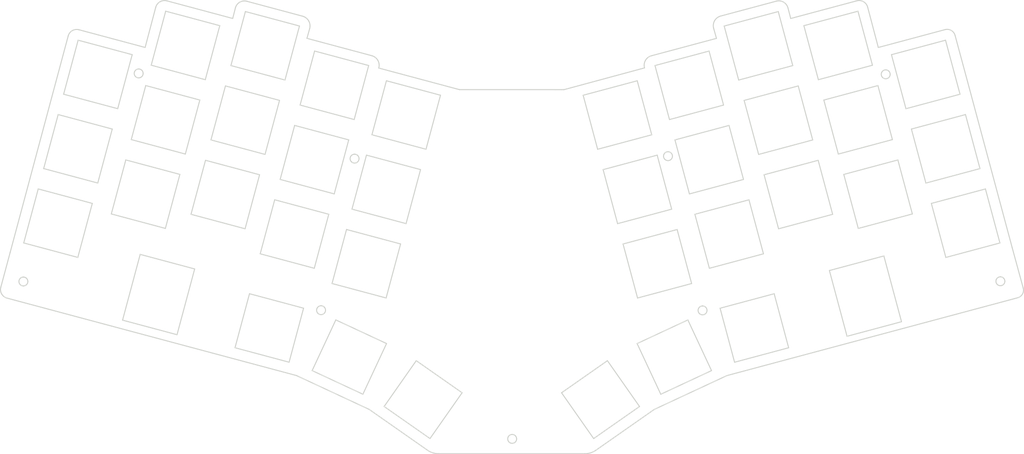
<source format=kicad_pcb>
(kicad_pcb (version 20171130) (host pcbnew "(5.1.10)-1")

  (general
    (thickness 1.6)
    (drawings 266)
    (tracks 0)
    (zones 0)
    (modules 0)
    (nets 1)
  )

  (page A4)
  (layers
    (0 F.Cu signal)
    (31 B.Cu signal)
    (32 B.Adhes user)
    (33 F.Adhes user)
    (34 B.Paste user)
    (35 F.Paste user)
    (36 B.SilkS user)
    (37 F.SilkS user)
    (38 B.Mask user)
    (39 F.Mask user)
    (40 Dwgs.User user)
    (41 Cmts.User user)
    (42 Eco1.User user)
    (43 Eco2.User user)
    (44 Edge.Cuts user)
    (45 Margin user)
    (46 B.CrtYd user)
    (47 F.CrtYd user)
    (48 B.Fab user)
    (49 F.Fab user)
  )

  (setup
    (last_trace_width 0.254)
    (trace_clearance 0.2)
    (zone_clearance 0.508)
    (zone_45_only no)
    (trace_min 0.2)
    (via_size 0.8)
    (via_drill 0.4)
    (via_min_size 0.4)
    (via_min_drill 0.3)
    (uvia_size 0.3)
    (uvia_drill 0.1)
    (uvias_allowed no)
    (uvia_min_size 0.2)
    (uvia_min_drill 0.1)
    (edge_width 0.05)
    (segment_width 0.2)
    (pcb_text_width 0.3)
    (pcb_text_size 1.5 1.5)
    (mod_edge_width 0.12)
    (mod_text_size 1 1)
    (mod_text_width 0.15)
    (pad_size 1.524 1.524)
    (pad_drill 0.762)
    (pad_to_mask_clearance 0)
    (aux_axis_origin 0 0)
    (visible_elements 7FFFFFFF)
    (pcbplotparams
      (layerselection 0x010fc_ffffffff)
      (usegerberextensions false)
      (usegerberattributes true)
      (usegerberadvancedattributes true)
      (creategerberjobfile true)
      (excludeedgelayer true)
      (linewidth 0.100000)
      (plotframeref false)
      (viasonmask false)
      (mode 1)
      (useauxorigin false)
      (hpglpennumber 1)
      (hpglpenspeed 20)
      (hpglpendiameter 15.000000)
      (psnegative false)
      (psa4output false)
      (plotreference true)
      (plotvalue true)
      (plotinvisibletext false)
      (padsonsilk false)
      (subtractmaskfromsilk false)
      (outputformat 1)
      (mirror false)
      (drillshape 0)
      (scaleselection 1)
      (outputdirectory "gerbers/"))
  )

  (net 0 "")

  (net_class Default "This is the default net class."
    (clearance 0.2)
    (trace_width 0.254)
    (via_dia 0.8)
    (via_drill 0.4)
    (uvia_dia 0.3)
    (uvia_drill 0.1)
  )

  (net_class Power ""
    (clearance 0.2)
    (trace_width 0.381)
    (via_dia 0.8)
    (via_drill 0.4)
    (uvia_dia 0.3)
    (uvia_drill 0.1)
  )

  (gr_line (start 67.221619 82.239525) (end 53.891699 78.668285) (layer Edge.Cuts) (width 0.25))
  (gr_line (start 69.964818 92.087105) (end 83.294739 95.658345) (layer Edge.Cuts) (width 0.25))
  (gr_line (start 50.320459 91.998205) (end 63.647839 95.569445) (layer Edge.Cuts) (width 0.25))
  (gr_line (start 67.221619 82.239525) (end 63.647839 95.569445) (layer Edge.Cuts) (width 0.25))
  (gr_line (start 109.647239 90.814565) (end 122.977159 94.385805) (layer Edge.Cuts) (width 0.25))
  (gr_line (start 109.647239 90.814565) (end 113.218479 77.484645) (layer Edge.Cuts) (width 0.25))
  (gr_line (start 50.320459 91.998205) (end 53.891699 78.668285) (layer Edge.Cuts) (width 0.25))
  (gr_line (start 184.882039 77.487185) (end 171.552119 81.058425) (layer Edge.Cuts) (width 0.25))
  (gr_line (start 45.634159 89.397245) (end 42.060379 102.727165) (layer Edge.Cuts) (width 0.25))
  (gr_line (start 239.293919 60.319325) (end 225.963999 63.890565) (layer Edge.Cuts) (width 0.25))
  (gr_line (start 104.729799 109.166065) (end 118.059719 112.737305) (layer Edge.Cuts) (width 0.25))
  (gr_line (start 55.237899 73.646705) (end 68.567819 77.217945) (layer Edge.Cuts) (width 0.25))
  (gr_line (start 91.785959 63.976925) (end 78.456039 60.403145) (layer Edge.Cuts) (width 0.25))
  (gr_line (start 91.785959 63.976925) (end 88.212179 77.306845) (layer Edge.Cuts) (width 0.25))
  (gr_line (start 255.963939 49.123005) (end 259.535178 62.452925) (layer Edge.Cuts) (width 0.25))
  (gr_line (start 229.535239 77.220485) (end 242.865159 73.649245) (layer Edge.Cuts) (width 0.25))
  (gr_line (start 239.293919 60.319325) (end 242.865159 73.649245) (layer Edge.Cuts) (width 0.25))
  (gr_line (start 86.868519 82.328425) (end 73.538599 78.757185) (layer Edge.Cuts) (width 0.25))
  (gr_line (start 260.881378 67.474505) (end 247.551459 71.045745) (layer Edge.Cuts) (width 0.25))
  (gr_line (start 50.551599 71.045745) (end 37.221679 67.471965) (layer Edge.Cuts) (width 0.25))
  (gr_line (start 33.647899 80.801885) (end 37.221679 67.471965) (layer Edge.Cuts) (width 0.25))
  (gr_line (start 209.888339 77.306845) (end 223.218259 73.735605) (layer Edge.Cuts) (width 0.25))
  (gr_line (start 219.647019 60.405685) (end 223.218259 73.735605) (layer Edge.Cuts) (width 0.25))
  (gr_line (start 202.588379 70.154205) (end 206.159619 83.484125) (layer Edge.Cuts) (width 0.25))
  (gr_line (start 55.237899 73.646705) (end 58.809139 60.316785) (layer Edge.Cuts) (width 0.25))
  (gr_line (start 219.647019 60.405685) (end 206.317099 63.979465) (layer Edge.Cuts) (width 0.25))
  (gr_line (start 251.122699 84.375665) (end 264.452618 80.804425) (layer Edge.Cuts) (width 0.25))
  (gr_line (start 126.548399 81.055885) (end 122.977159 94.385805) (layer Edge.Cuts) (width 0.25))
  (gr_line (start 104.729799 109.166065) (end 108.301039 95.836145) (layer Edge.Cuts) (width 0.25))
  (gr_line (start 33.647899 80.801885) (end 46.977819 84.373125) (layer Edge.Cuts) (width 0.25))
  (gr_line (start 45.634159 89.397245) (end 32.304239 85.826005) (layer Edge.Cuts) (width 0.25))
  (gr_line (start 74.882259 73.733065) (end 88.212179 77.306845) (layer Edge.Cuts) (width 0.25))
  (gr_line (start 184.882039 77.487185) (end 188.453279 90.817105) (layer Edge.Cuts) (width 0.25))
  (gr_line (start 175.123359 94.388345) (end 171.552119 81.058425) (layer Edge.Cuts) (width 0.25))
  (gr_line (start 209.888339 77.306845) (end 206.317099 63.979465) (layer Edge.Cuts) (width 0.25))
  (gr_line (start 28.730459 99.155925) (end 42.060379 102.727165) (layer Edge.Cuts) (width 0.25))
  (gr_line (start 86.868519 82.328425) (end 83.294739 95.658345) (layer Edge.Cuts) (width 0.25))
  (gr_line (start 50.551599 71.045745) (end 46.977819 84.373125) (layer Edge.Cuts) (width 0.25))
  (gr_line (start 229.535239 77.220485) (end 225.963999 63.890565) (layer Edge.Cuts) (width 0.25))
  (gr_line (start 72.139059 63.888025) (end 58.809139 60.316785) (layer Edge.Cuts) (width 0.25))
  (gr_line (start 72.139059 63.888025) (end 68.567819 77.217945) (layer Edge.Cuts) (width 0.25))
  (gr_line (start 126.548399 81.055885) (end 113.218479 77.484645) (layer Edge.Cuts) (width 0.25))
  (gr_line (start 121.630959 99.407385) (end 108.301039 95.836145) (layer Edge.Cuts) (width 0.25))
  (gr_line (start 202.588379 70.154205) (end 189.258459 73.725445) (layer Edge.Cuts) (width 0.25))
  (gr_line (start 192.829699 87.055365) (end 206.159619 83.484125) (layer Edge.Cuts) (width 0.25))
  (gr_line (start 192.829699 87.055365) (end 189.258459 73.725445) (layer Edge.Cuts) (width 0.25))
  (gr_line (start 251.122699 84.375665) (end 247.551459 71.045745) (layer Edge.Cuts) (width 0.25))
  (gr_line (start 69.964818 92.087105) (end 73.538599 78.757185) (layer Edge.Cuts) (width 0.25))
  (gr_line (start 260.881378 67.474505) (end 264.452618 80.804425) (layer Edge.Cuts) (width 0.25))
  (gr_line (start 28.730459 99.155925) (end 32.304239 85.826005) (layer Edge.Cuts) (width 0.25))
  (gr_line (start 175.123359 94.388345) (end 188.453279 90.817105) (layer Edge.Cuts) (width 0.25))
  (gr_line (start 74.882259 73.733065) (end 78.456039 60.403145) (layer Edge.Cuts) (width 0.25))
  (gr_line (start 203.959979 128.589445) (end 200.388739 115.259525) (layer Edge.Cuts) (width 0.25))
  (gr_line (start 180.043339 112.739845) (end 176.469559 99.409925) (layer Edge.Cuts) (width 0.25))
  (gr_line (start 197.747139 105.406865) (end 194.175899 92.076945) (layer Edge.Cuts) (width 0.25))
  (gr_line (start 207.505819 88.505705) (end 211.077059 101.835625) (layer Edge.Cuts) (width 0.25))
  (gr_line (start 214.805779 95.660885) (end 228.135699 92.089645) (layer Edge.Cuts) (width 0.25))
  (gr_line (start 99.827599 130.657005) (end 112.334559 136.488845) (layer Edge.Cuts) (width 0.25))
  (gr_line (start 99.827599 130.657005) (end 105.659439 118.150045) (layer Edge.Cuts) (width 0.25))
  (gr_line (start 214.805779 95.660885) (end 211.234539 82.330965) (layer Edge.Cuts) (width 0.25))
  (gr_line (start 256.040139 102.729705) (end 252.468899 89.399785) (layer Edge.Cuts) (width 0.25))
  (gr_line (start 244.211359 78.670825) (end 230.881439 82.242065) (layer Edge.Cuts) (width 0.25))
  (gr_line (start 234.452679 95.571985) (end 230.881439 82.242065) (layer Edge.Cuts) (width 0.25))
  (gr_line (start 172.613839 128.210985) (end 161.308299 136.128165) (layer Edge.Cuts) (width 0.25))
  (gr_line (start 224.564459 78.759725) (end 228.135699 92.089645) (layer Edge.Cuts) (width 0.25))
  (gr_line (start 213.718659 111.688285) (end 217.289899 125.018205) (layer Edge.Cuts) (width 0.25))
  (gr_line (start 103.927159 92.076945) (end 90.597239 88.503165) (layer Edge.Cuts) (width 0.25))
  (gr_line (start 103.927159 92.076945) (end 100.353379 105.404325) (layer Edge.Cuts) (width 0.25))
  (gr_line (start 234.452679 95.571985) (end 247.782599 92.000745) (layer Edge.Cuts) (width 0.25))
  (gr_line (start 265.798818 85.828545) (end 252.468899 89.399785) (layer Edge.Cuts) (width 0.25))
  (gr_line (start 169.222939 147.431165) (end 180.528479 139.516525) (layer Edge.Cuts) (width 0.25))
  (gr_line (start 87.023459 101.833085) (end 100.353379 105.404325) (layer Edge.Cuts) (width 0.25))
  (gr_line (start 91.940899 83.481585) (end 105.270819 87.052825) (layer Edge.Cuts) (width 0.25))
  (gr_line (start 91.940899 83.481585) (end 95.514679 70.151665) (layer Edge.Cuts) (width 0.25))
  (gr_line (start 96.858339 65.127545) (end 110.188259 68.701325) (layer Edge.Cuts) (width 0.25))
  (gr_line (start 256.040139 102.729705) (end 269.370059 99.158465) (layer Edge.Cuts) (width 0.25))
  (gr_line (start 117.574579 139.513985) (end 125.489219 128.208445) (layer Edge.Cuts) (width 0.25))
  (gr_line (start 213.718659 111.688285) (end 200.388739 115.259525) (layer Edge.Cuts) (width 0.25))
  (gr_line (start 203.959979 128.589445) (end 217.289899 125.018205) (layer Edge.Cuts) (width 0.25))
  (gr_line (start 118.166399 123.981885) (end 112.334559 136.488845) (layer Edge.Cuts) (width 0.25))
  (gr_line (start 197.670939 51.800165) (end 184.341019 55.373945) (layer Edge.Cuts) (width 0.25))
  (gr_line (start 97.714319 115.256985) (end 94.143079 128.586905) (layer Edge.Cuts) (width 0.25))
  (gr_line (start 189.799479 95.838685) (end 193.370719 109.168605) (layer Edge.Cuts) (width 0.25))
  (gr_line (start 207.505819 88.505705) (end 194.175899 92.076945) (layer Edge.Cuts) (width 0.25))
  (gr_line (start 108.844599 73.722905) (end 105.270819 87.052825) (layer Edge.Cuts) (width 0.25))
  (gr_line (start 136.792218 136.125625) (end 125.489219 128.208445) (layer Edge.Cuts) (width 0.25))
  (gr_line (start 197.747139 105.406865) (end 211.077059 101.835625) (layer Edge.Cuts) (width 0.25))
  (gr_line (start 53.091599 118.205925) (end 57.440079 101.977865) (layer Edge.Cuts) (width 0.25))
  (gr_line (start 169.222939 147.431165) (end 161.308299 136.128165) (layer Edge.Cuts) (width 0.25))
  (gr_line (start 70.866519 105.574504) (end 57.440079 101.977865) (layer Edge.Cuts) (width 0.25))
  (gr_line (start 224.564459 78.759725) (end 211.234539 82.330965) (layer Edge.Cuts) (width 0.25))
  (gr_line (start 244.211359 78.670825) (end 247.782599 92.000745) (layer Edge.Cuts) (width 0.25))
  (gr_line (start 265.798818 85.828545) (end 269.370059 99.158465) (layer Edge.Cuts) (width 0.25))
  (gr_line (start 97.714319 115.256985) (end 84.384399 111.685745) (layer Edge.Cuts) (width 0.25))
  (gr_line (start 80.813159 125.015665) (end 84.384399 111.685745) (layer Edge.Cuts) (width 0.25))
  (gr_line (start 187.912259 68.701325) (end 201.242179 65.130085) (layer Edge.Cuts) (width 0.25))
  (gr_line (start 66.518039 121.802565) (end 53.091599 118.205925) (layer Edge.Cuts) (width 0.25))
  (gr_line (start 136.792218 136.125625) (end 128.877579 147.428625) (layer Edge.Cuts) (width 0.25))
  (gr_line (start 187.912259 68.701325) (end 184.341019 55.373945) (layer Edge.Cuts) (width 0.25))
  (gr_line (start 192.441079 118.152585) (end 198.275459 130.659545) (layer Edge.Cuts) (width 0.25))
  (gr_line (start 172.613839 128.210985) (end 180.528479 139.516525) (layer Edge.Cuts) (width 0.25))
  (gr_line (start 108.844599 73.722905) (end 95.514679 70.151665) (layer Edge.Cuts) (width 0.25))
  (gr_line (start 121.630959 99.407385) (end 118.059719 112.737305) (layer Edge.Cuts) (width 0.25))
  (gr_line (start 80.813159 125.015665) (end 94.143079 128.586905) (layer Edge.Cuts) (width 0.25))
  (gr_line (start 117.574579 139.513985) (end 128.877579 147.428625) (layer Edge.Cuts) (width 0.25))
  (gr_line (start 197.670939 51.800165) (end 201.242179 65.130085) (layer Edge.Cuts) (width 0.25))
  (gr_line (start 185.768499 136.491385) (end 198.275459 130.659545) (layer Edge.Cuts) (width 0.25))
  (gr_line (start 96.858339 65.127545) (end 100.432119 51.797625) (layer Edge.Cuts) (width 0.25))
  (gr_line (start 192.441079 118.152585) (end 179.934119 123.984425) (layer Edge.Cuts) (width 0.25))
  (gr_line (start 118.166399 123.981885) (end 105.659439 118.150045) (layer Edge.Cuts) (width 0.25))
  (gr_line (start 189.799479 95.838685) (end 176.469559 99.409925) (layer Edge.Cuts) (width 0.25))
  (gr_line (start 113.762039 55.371405) (end 100.432119 51.797625) (layer Edge.Cuts) (width 0.25))
  (gr_line (start 185.768499 136.491385) (end 179.934119 123.984425) (layer Edge.Cuts) (width 0.25))
  (gr_line (start 113.762039 55.371405) (end 110.188259 68.701325) (layer Edge.Cuts) (width 0.25))
  (gr_line (start 87.023459 101.833085) (end 90.597239 88.503165) (layer Edge.Cuts) (width 0.25))
  (gr_line (start 180.043339 112.739845) (end 193.370719 109.168605) (layer Edge.Cuts) (width 0.25))
  (gr_line (start 66.518039 121.802565) (end 70.866519 105.574504) (layer Edge.Cuts) (width 0.25))
  (gr_line (start 231.684079 122.188645) (end 227.335599 105.960585) (layer Edge.Cuts) (width 0.25))
  (gr_line (start 245.110519 118.592005) (end 231.684079 122.188645) (layer Edge.Cuts) (width 0.25))
  (gr_line (start 240.762039 102.363945) (end 227.335599 105.960585) (layer Edge.Cuts) (width 0.25))
  (gr_line (start 245.110519 118.592005) (end 240.762039 102.363945) (layer Edge.Cuts) (width 0.25))
  (gr_line (start 55.469039 52.691705) (end 51.895259 66.021625) (layer Edge.Cuts) (width 0.25))
  (gr_line (start 234.376479 41.965285) (end 221.046559 45.536525) (layer Edge.Cuts) (width 0.25))
  (gr_line (start 38.565339 62.450385) (end 42.139119 49.120465) (layer Edge.Cuts) (width 0.25))
  (gr_line (start 255.963939 49.123005) (end 242.634019 52.694245) (layer Edge.Cuts) (width 0.25))
  (gr_line (start 60.155339 55.292665) (end 63.726579 41.962745) (layer Edge.Cuts) (width 0.25))
  (gr_line (start 77.056499 45.536525) (end 73.485259 58.866445) (layer Edge.Cuts) (width 0.25))
  (gr_line (start 79.802239 55.381565) (end 83.373479 42.051645) (layer Edge.Cuts) (width 0.25))
  (gr_line (start 114.564679 72.460525) (end 127.894599 76.031765) (layer Edge.Cuts) (width 0.25))
  (gr_line (start 179.964599 59.133145) (end 183.535839 72.463065) (layer Edge.Cuts) (width 0.25))
  (gr_line (start 224.617799 58.866445) (end 237.947719 55.295205) (layer Edge.Cuts) (width 0.25))
  (gr_line (start 79.802239 55.381565) (end 93.129619 58.952805) (layer Edge.Cuts) (width 0.25))
  (gr_line (start 246.205259 66.024165) (end 259.535178 62.452925) (layer Edge.Cuts) (width 0.25))
  (gr_curve (pts (xy 57.487626 58.334137) (xy 57.898395 58.163991) (xy 58.166224 57.763157) (xy 58.166224 57.318543)) (layer Edge.Cuts) (width 0.25))
  (gr_curve (pts (xy 188.646285 77.738645) (xy 188.646285 77.131535) (xy 188.154125 76.639374) (xy 187.547015 76.639374)) (layer Edge.Cuts) (width 0.25))
  (gr_curve (pts (xy 28.647147 107.569208) (xy 28.040036 107.569208) (xy 27.547876 108.061369) (xy 27.547876 108.668479)) (layer Edge.Cuts) (width 0.25))
  (gr_line (start 170.205919 76.034305) (end 183.535839 72.463065) (layer Edge.Cuts) (width 0.25))
  (gr_line (start 234.376479 41.965285) (end 237.947719 55.295205) (layer Edge.Cuts) (width 0.25))
  (gr_curve (pts (xy 102.447653 116.764069) (xy 102.858422 116.593923) (xy 103.126251 116.193089) (xy 103.126251 115.748475)) (layer Edge.Cuts) (width 0.25))
  (gr_curve (pts (xy 101.011386 115.327802) (xy 100.84124 115.738572) (xy 100.935289 116.211388) (xy 101.249678 116.525777)) (layer Edge.Cuts) (width 0.25))
  (gr_curve (pts (xy 109.271466 77.927826) (xy 109.10132 78.338596) (xy 109.195369 78.811412) (xy 109.509758 79.125801)) (layer Edge.Cuts) (width 0.25))
  (gr_line (start 38.565339 62.450385) (end 51.895259 66.021625) (layer Edge.Cuts) (width 0.25))
  (gr_curve (pts (xy 57.066953 56.219272) (xy 56.622339 56.219272) (xy 56.221505 56.4871) (xy 56.051359 56.89787)) (layer Edge.Cuts) (width 0.25))
  (gr_line (start 96.703399 45.622885) (end 83.373479 42.051645) (layer Edge.Cuts) (width 0.25))
  (gr_curve (pts (xy 29.746418 108.668479) (xy 29.746418 108.376934) (xy 29.630602 108.097331) (xy 29.424449 107.891177)) (layer Edge.Cuts) (width 0.25))
  (gr_curve (pts (xy 187.967687 78.754239) (xy 188.378457 78.584093) (xy 188.646285 78.183259) (xy 188.646285 77.738645)) (layer Edge.Cuts) (width 0.25))
  (gr_line (start 57.066953 56.219272) (end 57.066953 56.219272) (layer Edge.Cuts) (width 0.25))
  (gr_curve (pts (xy 57.844255 56.54124) (xy 57.638102 56.335088) (xy 57.358498 56.219272) (xy 57.066953 56.219272)) (layer Edge.Cuts) (width 0.25))
  (gr_line (start 131.465838 62.701845) (end 118.135919 59.130605) (layer Edge.Cuts) (width 0.25))
  (gr_curve (pts (xy 58.166224 57.318543) (xy 58.166224 57.026998) (xy 58.050408 56.747395) (xy 57.844255 56.54124)) (layer Edge.Cuts) (width 0.25))
  (gr_curve (pts (xy 110.707733 79.364093) (xy 111.118502 79.193947) (xy 111.386331 78.793113) (xy 111.386331 78.348499)) (layer Edge.Cuts) (width 0.25))
  (gr_curve (pts (xy 56.289651 58.095845) (xy 56.60404 58.410234) (xy 57.076856 58.504283) (xy 57.487626 58.334137)) (layer Edge.Cuts) (width 0.25))
  (gr_line (start 77.056499 45.536525) (end 63.726579 41.962745) (layer Edge.Cuts) (width 0.25))
  (gr_curve (pts (xy 187.547015 76.639374) (xy 187.102401 76.639374) (xy 186.701567 76.907203) (xy 186.531421 77.317972)) (layer Edge.Cuts) (width 0.25))
  (gr_curve (pts (xy 102.804282 114.971173) (xy 102.598129 114.76502) (xy 102.318525 114.649204) (xy 102.02698 114.649204)) (layer Edge.Cuts) (width 0.25))
  (gr_curve (pts (xy 101.249678 116.525777) (xy 101.564067 116.840166) (xy 102.036883 116.934215) (xy 102.447653 116.764069)) (layer Edge.Cuts) (width 0.25))
  (gr_line (start 110.28706 77.249228) (end 110.28706 77.249228) (layer Edge.Cuts) (width 0.25))
  (gr_line (start 224.617799 58.866445) (end 221.046559 45.536525) (layer Edge.Cuts) (width 0.25))
  (gr_line (start 170.205919 76.034305) (end 166.634679 62.704385) (layer Edge.Cuts) (width 0.25))
  (gr_curve (pts (xy 111.064362 77.571197) (xy 110.858209 77.365044) (xy 110.578605 77.249228) (xy 110.28706 77.249228)) (layer Edge.Cuts) (width 0.25))
  (gr_line (start 96.703399 45.622885) (end 93.129619 58.952805) (layer Edge.Cuts) (width 0.25))
  (gr_line (start 131.465838 62.701845) (end 127.894599 76.031765) (layer Edge.Cuts) (width 0.25))
  (gr_line (start 28.647147 107.569208) (end 28.647147 107.569208) (layer Edge.Cuts) (width 0.25))
  (gr_line (start 204.970899 58.955345) (end 218.300819 55.384105) (layer Edge.Cuts) (width 0.25))
  (gr_line (start 246.205259 66.024165) (end 242.634019 52.694245) (layer Edge.Cuts) (width 0.25))
  (gr_curve (pts (xy 196.067188 114.69924) (xy 195.622575 114.69924) (xy 195.22174 114.967068) (xy 195.051594 115.377838)) (layer Edge.Cuts) (width 0.25))
  (gr_line (start 102.02698 114.649204) (end 102.02698 114.649204) (layer Edge.Cuts) (width 0.25))
  (gr_curve (pts (xy 186.769713 78.515947) (xy 187.084102 78.830336) (xy 187.556918 78.924385) (xy 187.967687 78.754239)) (layer Edge.Cuts) (width 0.25))
  (gr_line (start 60.155339 55.292665) (end 73.485259 58.866445) (layer Edge.Cuts) (width 0.25))
  (gr_curve (pts (xy 28.647147 109.76775) (xy 29.254258 109.76775) (xy 29.746418 109.27559) (xy 29.746418 108.668479)) (layer Edge.Cuts) (width 0.25))
  (gr_line (start 179.964599 59.133145) (end 166.634679 62.704385) (layer Edge.Cuts) (width 0.25))
  (gr_line (start 204.970899 58.955345) (end 201.399659 45.625425) (layer Edge.Cuts) (width 0.25))
  (gr_curve (pts (xy 186.531421 77.317972) (xy 186.361275 77.728742) (xy 186.455323 78.201558) (xy 186.769713 78.515947)) (layer Edge.Cuts) (width 0.25))
  (gr_curve (pts (xy 103.126251 115.748475) (xy 103.126251 115.45693) (xy 103.010435 115.177327) (xy 102.804282 114.971173)) (layer Edge.Cuts) (width 0.25))
  (gr_line (start 214.729579 42.054185) (end 201.399659 45.625425) (layer Edge.Cuts) (width 0.25))
  (gr_curve (pts (xy 102.02698 114.649204) (xy 101.582366 114.649204) (xy 101.181532 114.917033) (xy 101.011386 115.327802)) (layer Edge.Cuts) (width 0.25))
  (gr_curve (pts (xy 29.424449 107.891177) (xy 29.218296 107.685024) (xy 28.938692 107.569208) (xy 28.647147 107.569208)) (layer Edge.Cuts) (width 0.25))
  (gr_curve (pts (xy 27.547876 108.668479) (xy 27.547876 109.27559) (xy 28.040036 109.76775) (xy 28.647147 109.76775)) (layer Edge.Cuts) (width 0.25))
  (gr_curve (pts (xy 56.051359 56.89787) (xy 55.881213 57.30864) (xy 55.975262 57.781456) (xy 56.289651 58.095845)) (layer Edge.Cuts) (width 0.25))
  (gr_line (start 55.469039 52.691705) (end 42.139119 49.120465) (layer Edge.Cuts) (width 0.25))
  (gr_line (start 114.564679 72.460525) (end 118.135919 59.130605) (layer Edge.Cuts) (width 0.25))
  (gr_line (start 214.729579 42.054185) (end 218.300819 55.384105) (layer Edge.Cuts) (width 0.25))
  (gr_curve (pts (xy 111.386331 78.348499) (xy 111.386331 78.056954) (xy 111.270515 77.777351) (xy 111.064362 77.571197)) (layer Edge.Cuts) (width 0.25))
  (gr_curve (pts (xy 109.509758 79.125801) (xy 109.824147 79.44019) (xy 110.296963 79.534239) (xy 110.707733 79.364093)) (layer Edge.Cuts) (width 0.25))
  (gr_curve (pts (xy 110.28706 77.249228) (xy 109.842446 77.249228) (xy 109.441612 77.517057) (xy 109.271466 77.927826)) (layer Edge.Cuts) (width 0.25))
  (gr_line (start 83.713214 39.511366) (end 97.467543 43.196273) (layer Edge.Cuts) (width 0.25))
  (gr_line (start 99.215309 46.259167) (end 98.544899 48.663265) (layer Edge.Cuts) (width 0.25))
  (gr_curve (pts (xy 98.980348 44.363134) (xy 99.308632 44.93844) (xy 99.393233 45.621131) (xy 99.215309 46.259167)) (layer Edge.Cuts) (width 0.25))
  (gr_line (start 116.251239 55.996245) (end 136.119122 61.317545) (layer Edge.Cuts) (width 0.25))
  (gr_line (start 98.544899 48.663265) (end 114.530816 52.946034) (layer Edge.Cuts) (width 0.25))
  (gr_line (start 64.022563 39.412684) (end 80.241659 43.758525) (layer Edge.Cuts) (width 0.25))
  (gr_curve (pts (xy 80.912506 41.147701) (xy 81.064132 40.557598) (xy 81.44544 40.052634) (xy 81.971504 39.745277)) (layer Edge.Cuts) (width 0.25))
  (gr_line (start 42.335047 46.54166) (end 58.654199 50.913705) (layer Edge.Cuts) (width 0.25))
  (gr_line (start 58.654199 50.913705) (end 61.266117 41.011312) (layer Edge.Cuts) (width 0.25))
  (gr_curve (pts (xy 61.266117 41.011312) (xy 61.418617 40.433149) (xy 61.795095 39.939524) (xy 62.312339 39.639543)) (layer Edge.Cuts) (width 0.25))
  (gr_line (start 36.657796 59.392225) (end 39.693541 48.066646) (layer Edge.Cuts) (width 0.25))
  (gr_curve (pts (xy 81.971504 39.745277) (xy 82.497568 39.437921) (xy 83.124697 39.353697) (xy 83.713214 39.511366)) (layer Edge.Cuts) (width 0.25))
  (gr_curve (pts (xy 116.031773 54.109737) (xy 116.35542 54.683546) (xy 116.434518 55.363463) (xy 116.251239 55.996245)) (layer Edge.Cuts) (width 0.25))
  (gr_curve (pts (xy 62.312339 39.639543) (xy 62.829582 39.339563) (xy 63.444999 39.257929) (xy 64.022563 39.412684)) (layer Edge.Cuts) (width 0.25))
  (gr_curve (pts (xy 114.530816 52.946034) (xy 115.167164 53.116518) (xy 115.708125 53.535929) (xy 116.031773 54.109737)) (layer Edge.Cuts) (width 0.25))
  (gr_curve (pts (xy 97.467543 43.196273) (xy 98.107358 43.367685) (xy 98.652064 43.787829) (xy 98.980348 44.363134)) (layer Edge.Cuts) (width 0.25))
  (gr_line (start 80.241659 43.758525) (end 80.912506 41.147701) (layer Edge.Cuts) (width 0.25))
  (gr_curve (pts (xy 242.316229 57.538559) (xy 242.316229 57.247014) (xy 242.200413 56.96741) (xy 241.99426 56.761257)) (layer Edge.Cuts) (width 0.25))
  (gr_curve (pts (xy 39.693541 48.066646) (xy 40.001924 46.91615) (xy 41.184513 46.233421) (xy 42.335047 46.54166)) (layer Edge.Cuts) (width 0.25))
  (gr_curve (pts (xy 148.121531 147.087962) (xy 147.951384 147.498732) (xy 148.045433 147.971548) (xy 148.359823 148.285937)) (layer Edge.Cuts) (width 0.25))
  (gr_curve (pts (xy 195.051594 115.377838) (xy 194.881448 115.788607) (xy 194.975497 116.261423) (xy 195.289886 116.575812)) (layer Edge.Cuts) (width 0.25))
  (gr_curve (pts (xy 195.289886 116.575812) (xy 195.604275 116.890202) (xy 196.077091 116.984251) (xy 196.487861 116.814104)) (layer Edge.Cuts) (width 0.25))
  (gr_curve (pts (xy 235.744914 39.620341) (xy 236.248293 39.912279) (xy 236.614679 40.392674) (xy 236.763091 40.955339)) (layer Edge.Cuts) (width 0.25))
  (gr_curve (pts (xy 199.0316 44.318237) (xy 199.356325 43.747457) (xy 199.896135 43.330518) (xy 200.530446 43.160557)) (layer Edge.Cuts) (width 0.25))
  (gr_line (start 95.969339 131.881184) (end 24.629134 112.773358) (layer Edge.Cuts) (width 0.25))
  (gr_curve (pts (xy 181.762922 55.953063) (xy 181.587248 55.33083) (xy 181.668228 54.66415) (xy 181.987758 54.102068)) (layer Edge.Cuts) (width 0.25))
  (gr_line (start 113.889039 140.237784) (end 95.969339 131.881184) (layer Edge.Cuts) (width 0.25))
  (gr_curve (pts (xy 23.298724 111.752574) (xy 23.008193 111.249327) (xy 22.929514 110.651266) (xy 23.08 110.09)) (layer Edge.Cuts) (width 0.25))
  (gr_line (start 167.059484 151.167406) (end 130.982619 151.164965) (layer Edge.Cuts) (width 0.25))
  (gr_curve (pts (xy 150.236395 147.508635) (xy 150.236395 147.21709) (xy 150.12058 146.937487) (xy 149.914426 146.731333)) (layer Edge.Cuts) (width 0.25))
  (gr_line (start 217.802984 43.761065) (end 234.080533 39.399562) (layer Edge.Cuts) (width 0.25))
  (gr_line (start 184.155602 140.240428) (end 169.770677 150.312683) (layer Edge.Cuts) (width 0.25))
  (gr_line (start 202.072764 131.883828) (end 184.155602 140.240428) (layer Edge.Cuts) (width 0.25))
  (gr_curve (pts (xy 270.586169 108.608535) (xy 270.586169 108.31699) (xy 270.470354 108.037387) (xy 270.264201 107.831233)) (layer Edge.Cuts) (width 0.25))
  (gr_curve (pts (xy 169.770677 150.312683) (xy 168.976071 150.869063) (xy 168.029513 151.167472) (xy 167.059484 151.167406)) (layer Edge.Cuts) (width 0.25))
  (gr_line (start 241.216958 56.439288) (end 241.216958 56.439288) (layer Edge.Cuts) (width 0.25))
  (gr_line (start 200.530446 43.160557) (end 214.24563 39.485631) (layer Edge.Cuts) (width 0.25))
  (gr_curve (pts (xy 181.987758 54.102068) (xy 182.307288 53.539986) (xy 182.838719 53.129377) (xy 183.463246 52.962038)) (layer Edge.Cuts) (width 0.25))
  (gr_curve (pts (xy 148.359823 148.285937) (xy 148.674212 148.600326) (xy 149.147028 148.694375) (xy 149.557797 148.524229)) (layer Edge.Cuts) (width 0.25))
  (gr_curve (pts (xy 269.907572 109.624129) (xy 270.31834 109.453983) (xy 270.586169 109.053149) (xy 270.586169 108.608535)) (layer Edge.Cuts) (width 0.25))
  (gr_curve (pts (xy 268.471304 108.187862) (xy 268.301159 108.598632) (xy 268.395208 109.071448) (xy 268.709596 109.385837)) (layer Edge.Cuts) (width 0.25))
  (gr_curve (pts (xy 216.033482 39.724001) (xy 216.573905 40.038389) (xy 216.966574 40.555385) (xy 217.124418 41.160349)) (layer Edge.Cuts) (width 0.25))
  (gr_curve (pts (xy 214.24563 39.485631) (xy 214.849544 39.323815) (xy 215.49306 39.409613) (xy 216.033482 39.724001)) (layer Edge.Cuts) (width 0.25))
  (gr_line (start 199.497202 48.665805) (end 198.802296 46.198179) (layer Edge.Cuts) (width 0.25))
  (gr_line (start 181.762922 55.953065) (end 181.762922 55.953063) (layer Edge.Cuts) (width 0.25))
  (gr_line (start 272.395199 100.329408) (end 275.115717 110.306761) (layer Edge.Cuts) (width 0.25))
  (gr_line (start 258.31702 47.940905) (end 261.739898 60.641905) (layer Edge.Cuts) (width 0.25))
  (gr_curve (pts (xy 275.115717 110.306761) (xy 275.397581 111.340498) (xy 274.788971 112.402744) (xy 273.756385 112.679378)) (layer Edge.Cuts) (width 0.25))
  (gr_line (start 269.486899 107.509264) (end 269.486899 107.509264) (layer Edge.Cuts) (width 0.25))
  (gr_curve (pts (xy 255.834638 46.510089) (xy 256.915124 46.220572) (xy 258.025946 46.860837) (xy 258.31702 47.940905)) (layer Edge.Cuts) (width 0.25))
  (gr_curve (pts (xy 196.487861 116.814104) (xy 196.89863 116.643958) (xy 197.166459 116.243124) (xy 197.166459 115.798511)) (layer Edge.Cuts) (width 0.25))
  (gr_curve (pts (xy 241.99426 56.761257) (xy 241.788107 56.555103) (xy 241.508503 56.439288) (xy 241.216958 56.439288)) (layer Edge.Cuts) (width 0.25))
  (gr_line (start 261.739898 60.641905) (end 272.395199 100.329408) (layer Edge.Cuts) (width 0.25))
  (gr_line (start 236.763091 40.955339) (end 239.390436 50.916245) (layer Edge.Cuts) (width 0.25))
  (gr_curve (pts (xy 268.709596 109.385837) (xy 269.023985 109.700226) (xy 269.496802 109.794275) (xy 269.907572 109.624129)) (layer Edge.Cuts) (width 0.25))
  (gr_line (start 217.124418 41.160349) (end 217.802984 43.761065) (layer Edge.Cuts) (width 0.25))
  (gr_line (start 183.463246 52.962038) (end 199.497202 48.665805) (layer Edge.Cuts) (width 0.25))
  (gr_curve (pts (xy 149.557797 148.524229) (xy 149.968567 148.354083) (xy 150.236395 147.953249) (xy 150.236395 147.508635)) (layer Edge.Cuts) (width 0.25))
  (gr_line (start 161.917902 61.322625) (end 181.762922 55.953065) (layer Edge.Cuts) (width 0.25))
  (gr_curve (pts (xy 240.201364 57.117886) (xy 240.031218 57.528655) (xy 240.125267 58.001471) (xy 240.439656 58.31586)) (layer Edge.Cuts) (width 0.25))
  (gr_curve (pts (xy 270.264201 107.831233) (xy 270.058048 107.62508) (xy 269.778443 107.509264) (xy 269.486899 107.509264)) (layer Edge.Cuts) (width 0.25))
  (gr_line (start 196.067188 114.69924) (end 196.067188 114.69924) (layer Edge.Cuts) (width 0.25))
  (gr_line (start 128.271492 150.309948) (end 113.889039 140.237784) (layer Edge.Cuts) (width 0.25))
  (gr_curve (pts (xy 234.080533 39.399562) (xy 234.642616 39.248955) (xy 235.241535 39.328401) (xy 235.744914 39.620341)) (layer Edge.Cuts) (width 0.25))
  (gr_line (start 187.547015 76.639374) (end 187.547015 76.639374) (layer Edge.Cuts) (width 0.25))
  (gr_curve (pts (xy 241.637631 58.554152) (xy 242.0484 58.384006) (xy 242.316229 57.983172) (xy 242.316229 57.538559)) (layer Edge.Cuts) (width 0.25))
  (gr_curve (pts (xy 130.982619 151.164965) (xy 130.012586 151.1649) (xy 129.066059 150.86639) (xy 128.271492 150.309948)) (layer Edge.Cuts) (width 0.25))
  (gr_curve (pts (xy 24.629134 112.773358) (xy 24.067829 112.623017) (xy 23.589254 112.255821) (xy 23.298724 111.752574)) (layer Edge.Cuts) (width 0.25))
  (gr_line (start 149.137124 146.409364) (end 149.137124 146.409364) (layer Edge.Cuts) (width 0.25))
  (gr_curve (pts (xy 273.756385 112.679378) (xy 264.551094 115.145469) (xy 223.6611 126.100199) (xy 202.072764 131.883828)) (layer Edge.Cuts) (width 0.25))
  (gr_curve (pts (xy 240.439656 58.31586) (xy 240.754045 58.63025) (xy 241.226861 58.724299) (xy 241.637631 58.554152)) (layer Edge.Cuts) (width 0.25))
  (gr_line (start 239.390436 50.916245) (end 255.834638 46.510089) (layer Edge.Cuts) (width 0.25))
  (gr_curve (pts (xy 241.216958 56.439288) (xy 240.772345 56.439288) (xy 240.37151 56.707116) (xy 240.201364 57.117886)) (layer Edge.Cuts) (width 0.25))
  (gr_curve (pts (xy 149.137124 146.409364) (xy 148.692511 146.409364) (xy 148.291677 146.677193) (xy 148.121531 147.087962)) (layer Edge.Cuts) (width 0.25))
  (gr_curve (pts (xy 269.486899 107.509264) (xy 269.042285 107.509264) (xy 268.641451 107.777093) (xy 268.471304 108.187862)) (layer Edge.Cuts) (width 0.25))
  (gr_curve (pts (xy 197.166459 115.798511) (xy 197.166459 115.1914) (xy 196.674299 114.69924) (xy 196.067188 114.69924)) (layer Edge.Cuts) (width 0.25))
  (gr_line (start 25.387819 101.482568) (end 36.657796 59.392225) (layer Edge.Cuts) (width 0.25))
  (gr_curve (pts (xy 198.802296 46.198179) (xy 198.62429 45.566079) (xy 198.706874 44.889017) (xy 199.0316 44.318237)) (layer Edge.Cuts) (width 0.25))
  (gr_line (start 136.119122 61.317545) (end 161.917902 61.322625) (layer Edge.Cuts) (width 0.25))
  (gr_curve (pts (xy 149.914426 146.731333) (xy 149.708273 146.52518) (xy 149.428669 146.409364) (xy 149.137124 146.409364)) (layer Edge.Cuts) (width 0.25))
  (gr_line (start 23.08 110.09) (end 25.387819 101.482568) (layer Edge.Cuts) (width 0.25))

)

</source>
